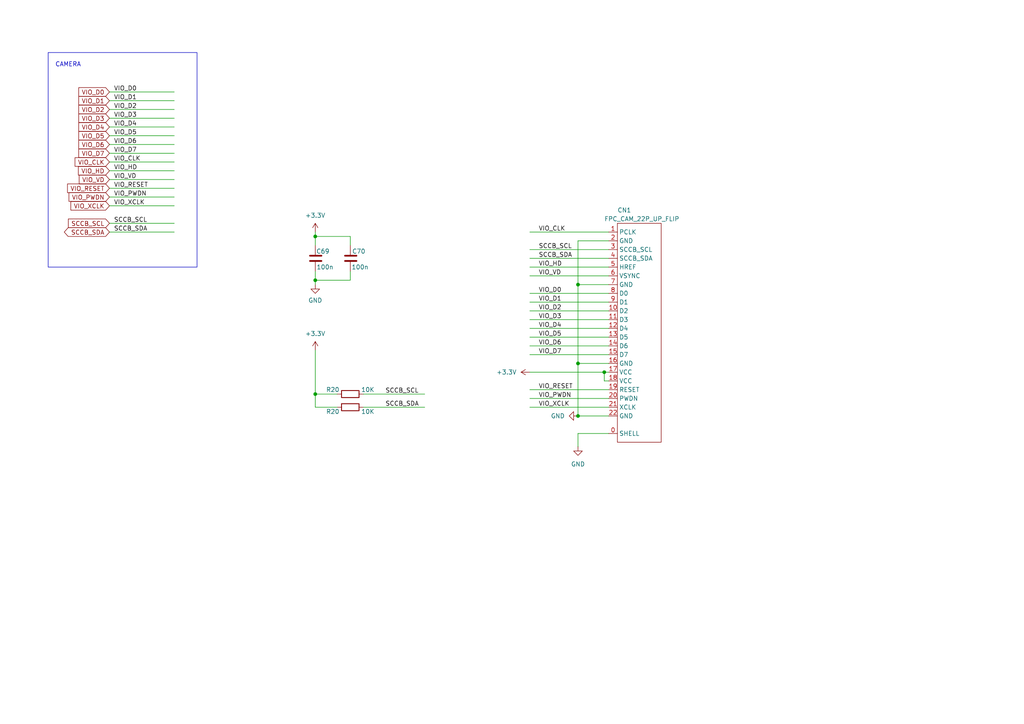
<source format=kicad_sch>
(kicad_sch (version 20230121) (generator eeschema)
  (paper "A4")
  (lib_symbols
    (symbol "RA8:Cap_2" (pin_numbers hide) (pin_names hide)
      (property "Reference" "C10" (at 2.54 -1.27 90))
      (property "Value" "10u" (at 1.2699 2.54 90))
      (symbol "Cap_2_0_1"
        (polyline (pts (xy -0.762 -1.778) (xy -0.762 1.524)) (stroke (width 0.5)))
        (polyline (pts (xy 0.762 -1.778) (xy 0.762 1.524)) (stroke (width 0.5)))
      )
      (symbol "Cap_2_1_1"
        (pin passive line (at -3.81 0 0) (length 2.8) (name "~") (number "1"))
        (pin passive line (at 3.81 0 180) (length 2.8) (name "~") (number "2"))
      )
    )
    (symbol "RA8:FPC_CAM_22P_UP_FLIP"
      (property "Reference" "CN?" (at 3.81 1.27 0))
      (property "Value" "FPC_CAM_22P_UP_FLIP" (at 7.62 -64.77 0))
      (symbol "FPC_CAM_22P_UP_FLIP_0_0"
        (pin unspecified line (at 0 -60.96 0) (length 2.54) (name "SHELL") (number "0"))
        (pin unspecified line (at 0 -2.54 0) (length 2.54) (name "PCLK") (number "1"))
        (pin unspecified line (at 0 -25.4 0) (length 2.54) (name "D2") (number "10"))
        (pin unspecified line (at 0 -27.94 0) (length 2.54) (name "D3") (number "11"))
        (pin unspecified line (at 0 -30.48 0) (length 2.54) (name "D4") (number "12"))
        (pin unspecified line (at 0 -33.02 0) (length 2.54) (name "D5") (number "13"))
        (pin unspecified line (at 0 -35.56 0) (length 2.54) (name "D6") (number "14"))
        (pin unspecified line (at 0 -38.1 0) (length 2.54) (name "D7") (number "15"))
        (pin unspecified line (at 0 -40.64 0) (length 2.54) (name "GND") (number "16"))
        (pin power_in line (at 0 -43.18 0) (length 2.54) (name "VCC") (number "17"))
        (pin power_in line (at 0 -45.72 0) (length 2.54) (name "VCC") (number "18"))
        (pin unspecified line (at 0 -5.08 0) (length 2.54) (name "GND") (number "2"))
        (pin unspecified line (at 0 -55.88 0) (length 2.54) (name "GND") (number "22"))
        (pin unspecified line (at 0 -12.7 0) (length 2.54) (name "HREF") (number "5"))
        (pin unspecified line (at 0 -15.24 0) (length 2.54) (name "VSYNC") (number "6"))
        (pin unspecified line (at 0 -17.78 0) (length 2.54) (name "GND") (number "7"))
        (pin unspecified line (at 0 -20.32 0) (length 2.54) (name "D0") (number "8"))
        (pin unspecified line (at 0 -22.86 0) (length 2.54) (name "D1") (number "9"))
      )
      (symbol "FPC_CAM_22P_UP_FLIP_1_0"
        (pin unspecified line (at 0 -48.26 0) (length 2.54) (name "RESET") (number "19"))
        (pin unspecified line (at 0 -50.8 0) (length 2.54) (name "PWDN") (number "20"))
        (pin unspecified line (at 0 -53.34 0) (length 2.54) (name "XCLK") (number "21"))
        (pin unspecified line (at 0 -7.62 0) (length 2.54) (name "SCCB_SCL") (number "3"))
        (pin unspecified line (at 0 -10.16 0) (length 2.54) (name "SCCB_SDA") (number "4"))
      )
      (symbol "FPC_CAM_22P_UP_FLIP_1_1"
        (rectangle (start 2.54 0) (end 15.24 -63.5))
      )
    )
    (symbol "RA8:Res" (pin_numbers hide) (pin_names hide)
      (property "Reference" "R1" (at -5.08 1.27 0))
      (property "Comment" "10K/1%" (at 7.62 1.27 0))
      (symbol "Res_0_1"
        (rectangle (start -2.54 1.016) (end 2.54 -1.016) (stroke (width 0.254)))
      )
      (symbol "Res_1_1"
        (pin passive line (at -3.81 0 0) (length 1.27) (name "~") (number "1"))
        (pin passive line (at 3.81 0 180) (length 1.27) (name "~") (number "2"))
      )
    )
    (symbol "power:+3.3V" (power) (pin_names (offset 0))
      (property "Value" "+3.3V" (at 0 3.556 0))
      (symbol "+3.3V_0_1"
        (polyline (pts (xy -0.762 1.27) (xy 0 2.54)))
        (polyline (pts (xy 0 0) (xy 0 2.54)))
        (polyline (pts (xy 0 2.54) (xy 0.762 1.27)))
      )
      (symbol "+3.3V_1_1"
        (pin power_in line (at 0 0 90) (length 0) hide (name "+3.3V") (number "1"))
      )
    )
    (symbol "power:GND" (power) (pin_names (offset 0))
      (property "Value" "GND" (at 0 -3.81 0))
      (symbol "GND_0_1"
        (polyline (pts (xy 0 0) (xy 0 -1.27) (xy 1.27 -1.27) (xy 0 -2.54) (xy -1.27 -1.27) (xy 0 -1.27)))
      )
      (symbol "GND_1_1"
        (pin power_in line (at 0 0 270) (length 0) hide (name "GND") (number "1"))
      )
    )
  )
  (junction (at 91.44 68.58))
  (junction (at 167.64 82.55))
  (junction (at 91.44 114.3))
  (junction (at 167.64 120.65))
  (junction (at 167.64 105.41))
  (junction (at 175.26 107.95))
  (junction (at 91.44 81.28))
  (wire (pts (xy 167.64 105.41) (xy 176.53 105.41)))
  (wire (pts (xy 167.64 82.55) (xy 176.53 82.55)))
  (wire (pts (xy 153.67 77.47) (xy 176.53 77.47)))
  (wire (pts (xy 153.67 87.63) (xy 176.53 87.63)))
  (wire (pts (xy 31.75 31.75) (xy 50.546 31.75)))
  (wire (pts (xy 91.44 118.11) (xy 97.79 118.11)))
  (wire (pts (xy 91.44 68.58) (xy 101.6 68.58)))
  (wire (pts (xy 31.75 64.77) (xy 50.546 64.77)))
  (wire (pts (xy 91.44 81.28) (xy 91.44 82.55)))
  (wire (pts (xy 153.67 102.87) (xy 176.53 102.87)))
  (wire (pts (xy 91.44 101.6) (xy 91.44 114.3)))
  (wire (pts (xy 91.44 68.58) (xy 91.44 71.12)))
  (wire (pts (xy 31.75 57.15) (xy 50.546 57.15)))
  (wire (pts (xy 153.67 72.39) (xy 176.53 72.39)))
  (wire (pts (xy 31.75 39.37) (xy 50.546 39.37)))
  (wire (pts (xy 167.64 125.73) (xy 167.64 129.54)))
  (wire (pts (xy 175.26 107.95) (xy 175.26 110.49)))
  (wire (pts (xy 31.75 41.91) (xy 50.546 41.91)))
  (wire (pts (xy 31.75 52.07) (xy 50.546 52.07)))
  (wire (pts (xy 176.53 110.49) (xy 175.26 110.49)))
  (wire (pts (xy 167.64 82.55) (xy 167.64 105.41)))
  (wire (pts (xy 31.75 26.67) (xy 50.546 26.67)))
  (wire (pts (xy 31.75 59.69) (xy 50.546 59.69)))
  (wire (pts (xy 91.44 114.3) (xy 91.44 118.11)))
  (wire (pts (xy 31.75 49.53) (xy 50.546 49.53)))
  (wire (pts (xy 31.75 44.45) (xy 50.546 44.45)))
  (wire (pts (xy 153.67 107.95) (xy 175.26 107.95)))
  (wire (pts (xy 153.67 67.31) (xy 176.53 67.31)))
  (wire (pts (xy 153.67 90.17) (xy 176.53 90.17)))
  (wire (pts (xy 31.75 54.61) (xy 50.546 54.61)))
  (wire (pts (xy 176.53 69.85) (xy 167.64 69.85)))
  (wire (pts (xy 31.75 34.29) (xy 50.546 34.29)))
  (wire (pts (xy 153.67 95.25) (xy 176.53 95.25)))
  (wire (pts (xy 153.67 74.93) (xy 176.53 74.93)))
  (wire (pts (xy 153.67 80.01) (xy 176.53 80.01)))
  (wire (pts (xy 153.67 100.33) (xy 176.53 100.33)))
  (wire (pts (xy 31.75 46.99) (xy 50.546 46.99)))
  (wire (pts (xy 91.44 67.31) (xy 91.44 68.58)))
  (wire (pts (xy 153.67 97.79) (xy 176.53 97.79)))
  (wire (pts (xy 153.67 92.71) (xy 176.53 92.71)))
  (wire (pts (xy 153.67 113.03) (xy 176.53 113.03)))
  (wire (pts (xy 101.6 81.28) (xy 91.44 81.28)))
  (wire (pts (xy 175.26 107.95) (xy 176.53 107.95)))
  (wire (pts (xy 31.75 29.21) (xy 50.546 29.21)))
  (wire (pts (xy 153.67 115.57) (xy 176.53 115.57)))
  (wire (pts (xy 105.41 118.11) (xy 123.19 118.11)))
  (wire (pts (xy 91.44 78.74) (xy 91.44 81.28)))
  (wire (pts (xy 31.75 67.31) (xy 50.546 67.31)))
  (wire (pts (xy 167.64 125.73) (xy 176.53 125.73)))
  (wire (pts (xy 31.75 36.83) (xy 50.546 36.83)))
  (wire (pts (xy 91.44 114.3) (xy 97.79 114.3)))
  (wire (pts (xy 105.41 114.3) (xy 123.19 114.3)))
  (wire (pts (xy 153.67 118.11) (xy 176.53 118.11)))
  (wire (pts (xy 176.53 120.65) (xy 167.64 120.65)))
  (wire (pts (xy 153.67 85.09) (xy 176.53 85.09)))
  (wire (pts (xy 101.6 68.58) (xy 101.6 71.12)))
  (wire (pts (xy 167.64 69.85) (xy 167.64 82.55)))
  (wire (pts (xy 167.64 105.41) (xy 167.64 120.65)))
  (wire (pts (xy 101.6 78.74) (xy 101.6 81.28)))
  (rectangle (start 13.97 15.24) (end 57.15 77.47))
  (text "CAMERA" (at 16.002 19.558 0) (effects (font (size 1.27 1.27)) (justify left bottom)))
  (label "VIO_PWDN" (at 33.02 57.15 0))
  (label "VIO_D5" (at 156.21 97.79 0))
  (label "VIO_PWDN" (at 156.21 115.57 0))
  (label "SCCB_SDA" (at 111.76 118.11 0))
  (label "VIO_D4" (at 33.02 36.83 0))
  (label "VIO_D3" (at 33.02 34.29 0))
  (label "SCCB_SCL" (at 156.21 72.39 0))
  (label "SCCB_SDA" (at 156.21 74.93 0))
  (label "VIO_VD" (at 156.21 80.01 0))
  (label "VIO_XCLK" (at 33.02 59.69 0))
  (label "VIO_HD" (at 33.02 49.53 0))
  (label "SCCB_SCL" (at 33.02 64.77 0))
  (label "SCCB_SDA" (at 33.02 67.31 0))
  (label "VIO_VD" (at 33.02 52.07 0))
  (label "VIO_D4" (at 156.21 95.25 0))
  (label "VIO_D5" (at 33.02 39.37 0))
  (label "VIO_D7" (at 156.21 102.87 0))
  (label "VIO_CLK" (at 33.02 46.99 0))
  (label "VIO_CLK" (at 156.21 67.31 0))
  (label "VIO_D2" (at 33.02 31.75 0))
  (label "VIO_D0" (at 156.21 85.09 0))
  (label "VIO_D0" (at 33.02 26.67 0))
  (label "VIO_XCLK" (at 156.21 118.11 0))
  (label "VIO_D1" (at 33.02 29.21 0))
  (label "VIO_D1" (at 156.21 87.63 0))
  (label "VIO_D3" (at 156.21 92.71 0))
  (label "VIO_D7" (at 33.02 44.45 0))
  (label "VIO_D6" (at 33.02 41.91 0))
  (label "VIO_RESET" (at 156.21 113.03 0))
  (label "VIO_RESET" (at 33.02 54.61 0))
  (label "SCCB_SCL" (at 111.76 114.3 0))
  (label "VIO_HD" (at 156.21 77.47 0))
  (label "VIO_D6" (at 156.21 100.33 0))
  (label "VIO_D2" (at 156.21 90.17 0))
  (global_label "VIO_CLK" (shape input) (at 31.75 46.99 180) (property "Intersheetrefs" "${INTERSHEET_REFS}" (effects hide)))
  (global_label "SCCB_SCL" (shape input) (at 31.75 64.77 180) (property "Intersheetrefs" "${INTERSHEET_REFS}" (effects hide)))
  (global_label "VIO_PWDN" (shape input) (at 31.75 57.15 180) (property "Intersheetrefs" "${INTERSHEET_REFS}" (effects hide)))
  (global_label "VIO_D7" (shape input) (at 31.75 44.45 180) (property "Intersheetrefs" "${INTERSHEET_REFS}" (effects hide)))
  (global_label "VIO_HD" (shape input) (at 31.75 49.53 180) (property "Intersheetrefs" "${INTERSHEET_REFS}" (effects hide)))
  (global_label "SCCB_SDA" (shape bidirectional) (at 31.75 67.31 180) (property "Intersheetrefs" "${INTERSHEET_REFS}" (effects hide)))
  (global_label "VIO_D4" (shape input) (at 31.75 36.83 180) (property "Intersheetrefs" "${INTERSHEET_REFS}" (effects hide)))
  (global_label "VIO_D1" (shape input) (at 31.75 29.21 180) (property "Intersheetrefs" "${INTERSHEET_REFS}" (effects hide)))
  (global_label "VIO_XCLK" (shape input) (at 31.75 59.69 180) (property "Intersheetrefs" "${INTERSHEET_REFS}" (effects hide)))
  (global_label "VIO_RESET" (shape input) (at 31.75 54.61 180) (property "Intersheetrefs" "${INTERSHEET_REFS}" (effects hide)))
  (global_label "VIO_D0" (shape input) (at 31.75 26.67 180) (property "Intersheetrefs" "${INTERSHEET_REFS}" (effects hide)))
  (global_label "VIO_D6" (shape input) (at 31.75 41.91 180) (property "Intersheetrefs" "${INTERSHEET_REFS}" (effects hide)))
  (global_label "VIO_VD" (shape input) (at 31.75 52.07 180) (property "Intersheetrefs" "${INTERSHEET_REFS}" (effects hide)))
  (global_label "VIO_D2" (shape input) (at 31.75 31.75 180) (property "Intersheetrefs" "${INTERSHEET_REFS}" (effects hide)))
  (global_label "VIO_D3" (shape input) (at 31.75 34.29 180) (property "Intersheetrefs" "${INTERSHEET_REFS}" (effects hide)))
  (global_label "VIO_D5" (shape input) (at 31.75 39.37 180) (property "Intersheetrefs" "${INTERSHEET_REFS}" (effects hide)))
  (symbol (lib_id "power:+3.3V") (at 91.44 67.31 0) (unit 1)
    (property "Reference" "#PWR0112" (effects hide))
    (property "Value" "+3.3V" (at 91.44 62.484 0))
    (instances (project "rtt_lcd_v3.1" (path "" (reference "#PWR0112") (unit 1))) (project "art-link" (path "" (reference "#PWR017") (unit 1))) (project "RA8_main" (path "" (reference "#PWR084") (unit 1)) (path "" (reference "#PWR054") (unit 1)) (path "" (reference "#PWR0126") (unit 1))) (project "8.ART_Link" (path "" (reference "#PWR0112") (unit 1))) (project "power" (path "" (reference "#PWR06") (unit 1))))
  )
  (symbol (lib_id "RA8:Cap_2") (at 91.44 74.93 90) (unit 1)
    (property "Reference" "C69" (at 91.694 72.898 90) (effects (justify right)))
    (property "Value" "100n" (at 96.774 77.47 90) (effects (justify left)))
    (property "Footprint" "RA8Library:C0402" (effects hide))
    (property "Manufacturer" "SAMSUNG(三星)" (effects hide))
    (property "Comment" "10u" (effects hide))
  )
  (symbol (lib_id "RA8:Res") (at 101.6 118.11 0) (mirror y) (unit 1)
    (property "Reference" "R20" (at 96.52 119.38 0))
    (property "Value" "10K" (at 106.68 119.38 0))
    (property "Footprint" "RA8Library:R0402" (effects hide))
    (property "Manufacturer" "YAGEO(国巨)" (effects hide))
    (property "Comment" "10K/1%" (effects hide))
    (instances (project "RA8_main" (path "" (reference "R20") (unit 1)) (path "" (reference "R63") (unit 1))))
  )
  (symbol (lib_id "power:+3.3V") (at 153.67 107.95 90) (unit 1)
    (property "Reference" "#PWR0112" (effects hide))
    (property "Value" "+3.3V" (at 149.86 107.95 90) (effects (justify left)))
    (instances (project "rtt_lcd_v3.1" (path "" (reference "#PWR0112") (unit 1))) (project "art-link" (path "" (reference "#PWR017") (unit 1))) (project "RA8_main" (path "" (reference "#PWR084") (unit 1)) (path "" (reference "#PWR054") (unit 1)) (path "" (reference "#PWR0122") (unit 1))) (project "8.ART_Link" (path "" (reference "#PWR0112") (unit 1))) (project "power" (path "" (reference "#PWR06") (unit 1))))
  )
  (symbol (lib_id "power:GND") (at 91.44 82.55 0) (unit 1)
    (property "Reference" "#PWR0127" (effects hide))
    (property "Value" "GND" (at 91.44 87.122 0))
  )
  (symbol (lib_id "power:GND") (at 167.64 120.65 270) (unit 1)
    (property "Reference" "#PWR0107" (effects hide))
    (property "Value" "GND" (at 163.83 120.6501 90) (effects (justify right)))
    (instances (project "rtt_lcd_v3.1" (path "" (reference "#PWR0107") (unit 1))) (project "art-link" (path "" (reference "#PWR025") (unit 1))) (project "RA8_main" (path "" (reference "#PWR056") (unit 1)) (path "" (reference "#PWR0124") (unit 1))) (project "8.ART_Link" (path "" (reference "#PWR0107") (unit 1))) (project "USB INTERFACE" (path "" (reference "#PWR04") (unit 1))))
  )
  (symbol (lib_id "RA8:Res") (at 101.6 114.3 0) (mirror y) (unit 1)
    (property "Reference" "R20" (at 96.52 113.03 0))
    (property "Value" "10K" (at 106.68 113.03 0))
    (property "Footprint" "RA8Library:R0402" (effects hide))
    (property "Manufacturer" "YAGEO(国巨)" (effects hide))
    (property "Comment" "10K/1%" (effects hide))
    (instances (project "RA8_main" (path "" (reference "R20") (unit 1)) (path "" (reference "R62") (unit 1))))
  )
  (symbol (lib_id "power:+3.3V") (at 91.44 101.6 0) (unit 1)
    (property "Reference" "#PWR0112" (effects hide))
    (property "Value" "+3.3V" (at 91.44 96.774 0))
    (instances (project "rtt_lcd_v3.1" (path "" (reference "#PWR0112") (unit 1))) (project "art-link" (path "" (reference "#PWR017") (unit 1))) (project "RA8_main" (path "" (reference "#PWR084") (unit 1)) (path "" (reference "#PWR054") (unit 1)) (path "" (reference "#PWR0128") (unit 1))) (project "8.ART_Link" (path "" (reference "#PWR0112") (unit 1))) (project "power" (path "" (reference "#PWR06") (unit 1))))
  )
  (symbol (lib_id "power:GND") (at 167.64 129.54 0) (unit 1)
    (property "Reference" "#PWR0107" (effects hide))
    (property "Value" "GND" (at 167.64 134.62 0))
    (instances (project "rtt_lcd_v3.1" (path "" (reference "#PWR0107") (unit 1))) (project "art-link" (path "" (reference "#PWR025") (unit 1))) (project "RA8_main" (path "" (reference "#PWR084") (unit 1)) (path "" (reference "#PWR0125") (unit 1))) (project "8.ART_Link" (path "" (reference "#PWR0107") (unit 1))) (project "USB INTERFACE" (path "" (reference "#PWR04") (unit 1))))
  )
  (symbol (lib_id "RA8:Cap_2") (at 101.6 74.93 90) (unit 1)
    (property "Reference" "C70" (at 102.108 72.898 90) (effects (justify right)))
    (property "Value" "100n" (at 106.934 77.47 90) (effects (justify left)))
    (property "Footprint" "RA8Library:C0402" (effects hide))
    (property "Manufacturer" "SAMSUNG(三星)" (effects hide))
    (property "Comment" "10u" (effects hide))
  )
  (symbol (lib_id "RA8:FPC_CAM_22P_UP_FLIP") (at 176.53 64.77 0) (unit 1)
    (property "Reference" "CN1" (at 179.07 60.96 0) (effects (justify left)))
    (property "Value" "FPC_CAM_22P_UP_FLIP" (at 175.26 63.5 0) (effects (justify left)))
    (property "Footprint" "RA8Library:FFC-SMD_22P-ZGXK" (effects hide))
  )
)
</source>
